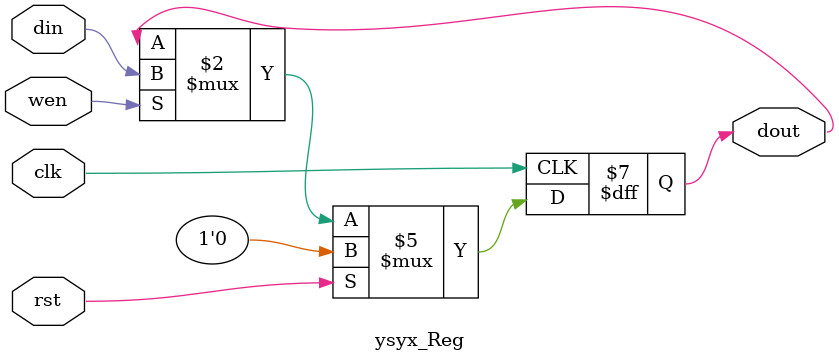
<source format=v>
module ysyx_Reg (
  input clk,
  input rst,
  input [WIDTH-1:0] din,
  output reg [WIDTH-1:0] dout,
  input wen
);
  parameter WIDTH = 1;
  parameter RESET_VAL = 0;
  always @(posedge clk) begin
    if (rst) dout <= RESET_VAL;
    else if (wen) dout <= din;
  end
endmodule

// // 使用触发器模板的示例
// module example(
//   input clk,
//   input rst,
//   input [3:0] in,
//   output [3:0] out
// );
//   // 位宽为1比特, 复位值为1'b1, 写使能一直有效
//   Reg #(1, 1'b1) i0 (clk, rst, in[0], out[0], 1'b1);
//   // 位宽为3比特, 复位值为3'b0, 写使能为out[0]
//   Reg #(3, 3'b0) i1 (clk, rst, in[3:1], out[3:1], out[0]);
// endmodule

// // 选择器模板内部实现
// module MuxKeyInternal (
//   output reg [DATA_LEN-1:0] out,
//   input [KEY_LEN-1:0] key,
//   input [DATA_LEN-1:0] default_out,
//   input [NR_KEY*(KEY_LEN + DATA_LEN)-1:0] lut
// );
//   parameter NR_KEY = 2;
//   parameter KEY_LEN = 1;
//   parameter DATA_LEN = 1;
//   parameter HAS_DEFAULT = 0;

//   localparam PAIR_LEN = KEY_LEN + DATA_LEN;
//   wire [PAIR_LEN-1:0] pair_list [NR_KEY-1:0];
//   wire [KEY_LEN-1:0] key_list [NR_KEY-1:0];
//   wire [DATA_LEN-1:0] data_list [NR_KEY-1:0];

//   generate
//     for (genvar n = 0; n < NR_KEY; n = n + 1) begin
//       assign pair_list[n] = lut[PAIR_LEN*(n+1)-1 : PAIR_LEN*n];
//       assign data_list[n] = pair_list[n][DATA_LEN-1:0];
//       assign key_list[n]  = pair_list[n][PAIR_LEN-1:DATA_LEN];
//     end
//   endgenerate

//   reg [DATA_LEN-1 : 0] lut_out;
//   reg hit;
//   integer i;
//   always @(*) begin
//     lut_out = 0;
//     hit = 0;
//     for (i = 0; i < NR_KEY; i = i + 1) begin
//       lut_out = lut_out | ({DATA_LEN{key == key_list[i]}} & data_list[i]);
//       hit = hit | (key == key_list[i]);
//     end
//     if (!HAS_DEFAULT) out = lut_out;
//     else out = (hit ? lut_out : default_out);
//   end
// endmodule

// // 不带默认值的选择器模板
// module MuxKey (
//   output [DATA_LEN-1:0] out,
//   input [KEY_LEN-1:0] key,
//   input [NR_KEY*(KEY_LEN + DATA_LEN)-1:0] lut
// );
//   parameter NR_KEY = 2;
//   parameter KEY_LEN = 1;
//   parameter DATA_LEN = 1;
//   MuxKeyInternal #(NR_KEY, KEY_LEN, DATA_LEN, 0) i0 (out, key, {DATA_LEN{1'b0}}, lut);
// endmodule

// // 带默认值的选择器模板
// module MuxKeyWithDefault (
//   output [DATA_LEN-1:0] out,
//   input [KEY_LEN-1:0] key,
//   input [DATA_LEN-1:0] default_out,
//   input [NR_KEY*(KEY_LEN + DATA_LEN)-1:0] lut
// );
//   parameter NR_KEY = 2;
//   parameter KEY_LEN = 1;
//   parameter DATA_LEN = 1;
//   MuxKeyInternal #(NR_KEY, KEY_LEN, DATA_LEN, 1) i0 (out, key, default_out, lut);
// endmodule


// // 使用选择器模板来分别实现2选1多路选择器和4选1多路选择器:
// module mux21(a,b,s,y);
//   input   a,b,s;
//   output  y;

//   // 通过MuxKey实现如下always代码
//   // always @(*) begin
//   //  case (s)
//   //    1'b0: y = a;
//   //    1'b1: y = b;
//   //  endcase
//   // end
//   MuxKey #(2, 1, 1) i0 (y, s, {
//     1'b0, a,
//     1'b1, b
//   });
// endmodule

// module mux41(a,s,y);
//   input  [3:0] a;
//   input  [1:0] s;
//   output y;

//   // 通过MuxKeyWithDefault实现如下always代码
//   // always @(*) begin
//   //  case (s)
//   //    2'b00: y = a[0];
//   //    2'b01: y = a[1];
//   //    2'b10: y = a[2];
//   //    2'b11: y = a[3];
//   //    default: y = 1'b0;
//   //  endcase
//   // end
//   MuxKeyWithDefault #(4, 2, 1) i0 (y, s, 1'b0, {
//     2'b00, a[0],
//     2'b01, a[1],
//     2'b10, a[2],
//     2'b11, a[3]
//   });
// endmodule
</source>
